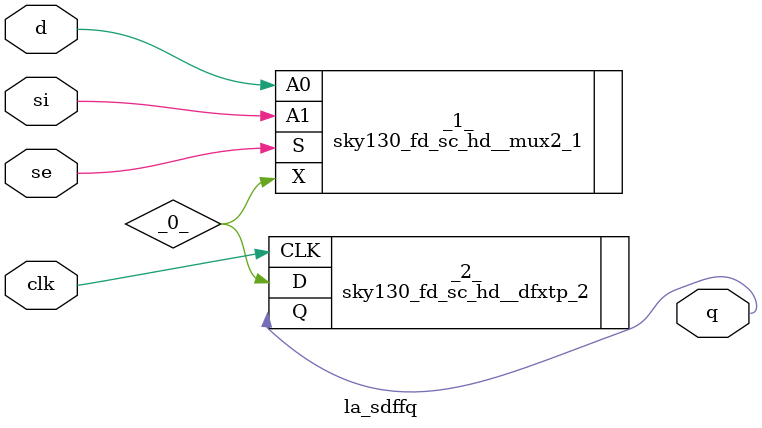
<source format=v>

module la_sdffq(d, si, se, clk, q);
  wire _0_;
  input clk;
  input d;
  output q;
  input se;
  input si;
  sky130_fd_sc_hd__mux2_1 _1_ (
    .A0(d),
    .A1(si),
    .S(se),
    .X(_0_)
  );
  sky130_fd_sc_hd__dfxtp_2 _2_ (
    .CLK(clk),
    .D(_0_),
    .Q(q)
  );
endmodule

</source>
